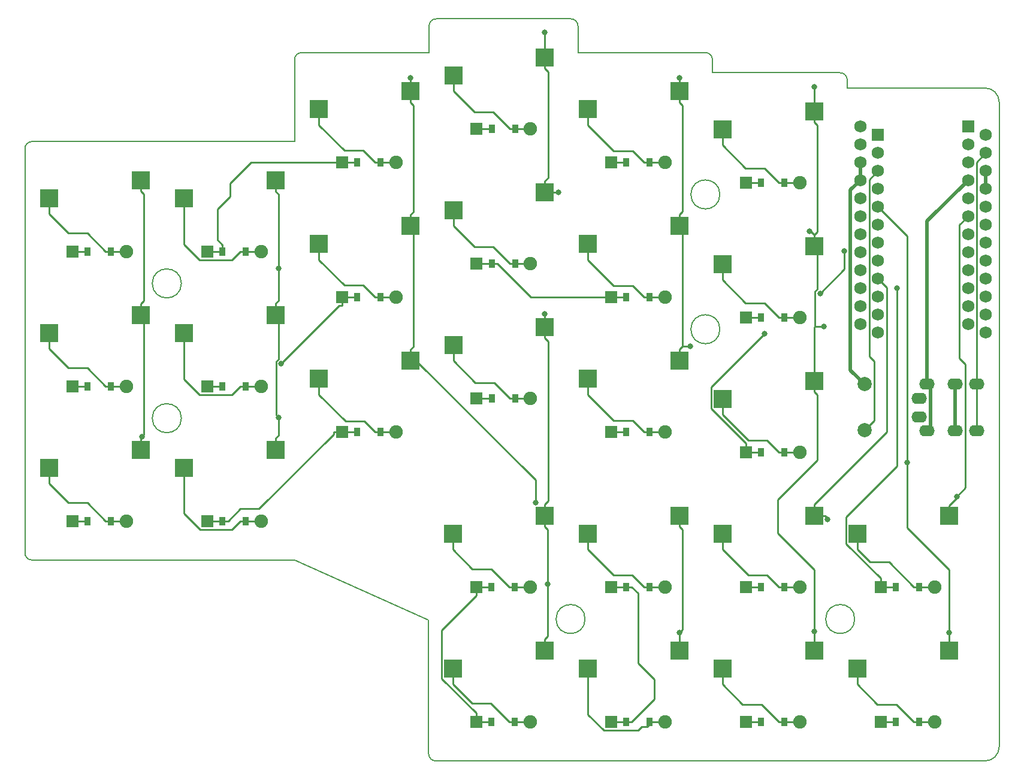
<source format=gbr>
G04 #@! TF.GenerationSoftware,KiCad,Pcbnew,5.1.5+dfsg1-2build2*
G04 #@! TF.CreationDate,2022-10-22T21:51:20+00:00*
G04 #@! TF.ProjectId,board,626f6172-642e-46b6-9963-61645f706362,v1.0.0*
G04 #@! TF.SameCoordinates,Original*
G04 #@! TF.FileFunction,Copper,L2,Bot*
G04 #@! TF.FilePolarity,Positive*
%FSLAX46Y46*%
G04 Gerber Fmt 4.6, Leading zero omitted, Abs format (unit mm)*
G04 Created by KiCad (PCBNEW 5.1.5+dfsg1-2build2) date 2022-10-22 21:51:20*
%MOMM*%
%LPD*%
G04 APERTURE LIST*
G04 #@! TA.AperFunction,Profile*
%ADD10C,0.150000*%
G04 #@! TD*
G04 #@! TA.AperFunction,SMDPad,CuDef*
%ADD11R,2.550000X2.500000*%
G04 #@! TD*
G04 #@! TA.AperFunction,SMDPad,CuDef*
%ADD12R,0.900000X1.200000*%
G04 #@! TD*
G04 #@! TA.AperFunction,ComponentPad*
%ADD13C,1.905000*%
G04 #@! TD*
G04 #@! TA.AperFunction,ComponentPad*
%ADD14R,1.778000X1.778000*%
G04 #@! TD*
G04 #@! TA.AperFunction,ComponentPad*
%ADD15R,1.752600X1.752600*%
G04 #@! TD*
G04 #@! TA.AperFunction,ComponentPad*
%ADD16C,1.752600*%
G04 #@! TD*
G04 #@! TA.AperFunction,ComponentPad*
%ADD17O,2.200000X1.600000*%
G04 #@! TD*
G04 #@! TA.AperFunction,ComponentPad*
%ADD18C,2.000000*%
G04 #@! TD*
G04 #@! TA.AperFunction,ViaPad*
%ADD19C,0.800000*%
G04 #@! TD*
G04 #@! TA.AperFunction,Conductor*
%ADD20C,0.250000*%
G04 #@! TD*
G04 #@! TA.AperFunction,Conductor*
%ADD21C,0.500000*%
G04 #@! TD*
G04 APERTURE END LIST*
D10*
X9525000Y-10525000D02*
X46625000Y-10525000D01*
X8525000Y-9525000D02*
X8525000Y47625000D01*
X9525000Y-10525000D02*
G75*
G02X8525000Y-9525000I0J1000000D01*
G01*
X9525000Y48625000D02*
X46625000Y48625000D01*
X8525000Y47625000D02*
G75*
G02X9525000Y48625000I1000000J0D01*
G01*
X65625000Y61198000D02*
X47625000Y61198000D01*
X46625000Y60198000D02*
G75*
G02X47625000Y61198000I1000000J0D01*
G01*
X46625000Y60198000D02*
X46625000Y48625000D01*
X86675000Y61198000D02*
X86675000Y64960500D01*
X85675000Y65960500D02*
G75*
G02X86675000Y64960500I0J-1000000D01*
G01*
X85675000Y65960500D02*
X66625000Y65960500D01*
X65625000Y64960500D02*
G75*
G02X66625000Y65960500I1000000J0D01*
G01*
X65625000Y64960500D02*
X65625000Y61198000D01*
X105675000Y58340500D02*
X105675000Y60198000D01*
X104675000Y61198000D02*
G75*
G02X105675000Y60198000I0J-1000000D01*
G01*
X104675000Y61198000D02*
X86675000Y61198000D01*
X124725000Y56190500D02*
X124725000Y57340500D01*
X123725000Y58340500D02*
G75*
G02X124725000Y57340500I0J-1000000D01*
G01*
X123725000Y58340500D02*
X105675000Y58340500D01*
X65575000Y-37909500D02*
X65575000Y-18968378D01*
X66575000Y-38909500D02*
X144200000Y-38909500D01*
X66575000Y-38909500D02*
G75*
G02X65575000Y-37909500I0J1000000D01*
G01*
X65575000Y-18968378D02*
X46625000Y-10525000D01*
X146200000Y-36909500D02*
G75*
G02X144200000Y-38909500I-2000000J0D01*
G01*
X146200000Y-36909500D02*
X146200000Y54190500D01*
X144200000Y56190500D02*
G75*
G02X146200000Y54190500I0J-2000000D01*
G01*
X144200000Y56190500D02*
X124725000Y56190500D01*
X30625000Y28575000D02*
G75*
G03X30625000Y28575000I-2050000J0D01*
G01*
X30625000Y9525000D02*
G75*
G03X30625000Y9525000I-2050000J0D01*
G01*
X106725000Y41148000D02*
G75*
G03X106725000Y41148000I-2050000J0D01*
G01*
X106725000Y22098000D02*
G75*
G03X106725000Y22098000I-2050000J0D01*
G01*
X125775000Y-18859500D02*
G75*
G03X125775000Y-18859500I-2050000J0D01*
G01*
X87675000Y-18859500D02*
G75*
G03X87675000Y-18859500I-2050000J0D01*
G01*
D11*
G04 #@! TO.P,S1,1*
G04 #@! TO.N,left_bottom*
X11965000Y2540000D03*
G04 #@! TO.P,S1,2*
G04 #@! TO.N,P21*
X24892000Y5080000D03*
G04 #@! TD*
D12*
G04 #@! TO.P,D1,2*
G04 #@! TO.N,left_bottom*
X20700000Y-5000000D03*
G04 #@! TO.P,D1,1*
G04 #@! TO.N,P6*
X17400000Y-5000000D03*
D13*
G04 #@! TO.N,left_bottom*
X22860000Y-5000000D03*
D14*
G04 #@! TO.P,D1,2*
G04 #@! TO.N,P6*
X15240000Y-5000000D03*
G04 #@! TD*
D11*
G04 #@! TO.P,S2,1*
G04 #@! TO.N,left_home*
X11965000Y21590000D03*
G04 #@! TO.P,S2,2*
G04 #@! TO.N,P21*
X24892000Y24130000D03*
G04 #@! TD*
D12*
G04 #@! TO.P,D2,2*
G04 #@! TO.N,left_home*
X20700000Y14050000D03*
G04 #@! TO.P,D2,1*
G04 #@! TO.N,P5*
X17400000Y14050000D03*
D13*
G04 #@! TO.N,left_home*
X22860000Y14050000D03*
D14*
G04 #@! TO.P,D2,2*
G04 #@! TO.N,P5*
X15240000Y14050000D03*
G04 #@! TD*
D11*
G04 #@! TO.P,S3,1*
G04 #@! TO.N,left_top*
X11965000Y40640000D03*
G04 #@! TO.P,S3,2*
G04 #@! TO.N,P21*
X24892000Y43180000D03*
G04 #@! TD*
D12*
G04 #@! TO.P,D3,2*
G04 #@! TO.N,left_top*
X20700000Y33100000D03*
G04 #@! TO.P,D3,1*
G04 #@! TO.N,P4*
X17400000Y33100000D03*
D13*
G04 #@! TO.N,left_top*
X22860000Y33100000D03*
D14*
G04 #@! TO.P,D3,2*
G04 #@! TO.N,P4*
X15240000Y33100000D03*
G04 #@! TD*
D11*
G04 #@! TO.P,S4,1*
G04 #@! TO.N,pinky_bottom*
X31015000Y2540000D03*
G04 #@! TO.P,S4,2*
G04 #@! TO.N,P20*
X43942000Y5080000D03*
G04 #@! TD*
D12*
G04 #@! TO.P,D4,2*
G04 #@! TO.N,pinky_bottom*
X39750000Y-5000000D03*
G04 #@! TO.P,D4,1*
G04 #@! TO.N,P6*
X36450000Y-5000000D03*
D13*
G04 #@! TO.N,pinky_bottom*
X41910000Y-5000000D03*
D14*
G04 #@! TO.P,D4,2*
G04 #@! TO.N,P6*
X34290000Y-5000000D03*
G04 #@! TD*
D11*
G04 #@! TO.P,S5,1*
G04 #@! TO.N,pinky_home*
X31015000Y21590000D03*
G04 #@! TO.P,S5,2*
G04 #@! TO.N,P20*
X43942000Y24130000D03*
G04 #@! TD*
D12*
G04 #@! TO.P,D5,2*
G04 #@! TO.N,pinky_home*
X39750000Y14050000D03*
G04 #@! TO.P,D5,1*
G04 #@! TO.N,P5*
X36450000Y14050000D03*
D13*
G04 #@! TO.N,pinky_home*
X41910000Y14050000D03*
D14*
G04 #@! TO.P,D5,2*
G04 #@! TO.N,P5*
X34290000Y14050000D03*
G04 #@! TD*
D11*
G04 #@! TO.P,S6,1*
G04 #@! TO.N,pinky_top*
X31015000Y40640000D03*
G04 #@! TO.P,S6,2*
G04 #@! TO.N,P20*
X43942000Y43180000D03*
G04 #@! TD*
D12*
G04 #@! TO.P,D6,2*
G04 #@! TO.N,pinky_top*
X39750000Y33100000D03*
G04 #@! TO.P,D6,1*
G04 #@! TO.N,P4*
X36450000Y33100000D03*
D13*
G04 #@! TO.N,pinky_top*
X41910000Y33100000D03*
D14*
G04 #@! TO.P,D6,2*
G04 #@! TO.N,P4*
X34290000Y33100000D03*
G04 #@! TD*
D11*
G04 #@! TO.P,S7,1*
G04 #@! TO.N,ring_bottom*
X50065000Y15113000D03*
G04 #@! TO.P,S7,2*
G04 #@! TO.N,P19*
X62992000Y17653000D03*
G04 #@! TD*
D12*
G04 #@! TO.P,D7,2*
G04 #@! TO.N,ring_bottom*
X58800000Y7573000D03*
G04 #@! TO.P,D7,1*
G04 #@! TO.N,P6*
X55500000Y7573000D03*
D13*
G04 #@! TO.N,ring_bottom*
X60960000Y7573000D03*
D14*
G04 #@! TO.P,D7,2*
G04 #@! TO.N,P6*
X53340000Y7573000D03*
G04 #@! TD*
D11*
G04 #@! TO.P,S8,1*
G04 #@! TO.N,ring_home*
X50065000Y34163000D03*
G04 #@! TO.P,S8,2*
G04 #@! TO.N,P19*
X62992000Y36703000D03*
G04 #@! TD*
D12*
G04 #@! TO.P,D8,2*
G04 #@! TO.N,ring_home*
X58800000Y26623000D03*
G04 #@! TO.P,D8,1*
G04 #@! TO.N,P5*
X55500000Y26623000D03*
D13*
G04 #@! TO.N,ring_home*
X60960000Y26623000D03*
D14*
G04 #@! TO.P,D8,2*
G04 #@! TO.N,P5*
X53340000Y26623000D03*
G04 #@! TD*
D11*
G04 #@! TO.P,S9,1*
G04 #@! TO.N,ring_top*
X50065000Y53213000D03*
G04 #@! TO.P,S9,2*
G04 #@! TO.N,P19*
X62992000Y55753000D03*
G04 #@! TD*
D12*
G04 #@! TO.P,D9,2*
G04 #@! TO.N,ring_top*
X58800000Y45673000D03*
G04 #@! TO.P,D9,1*
G04 #@! TO.N,P4*
X55500000Y45673000D03*
D13*
G04 #@! TO.N,ring_top*
X60960000Y45673000D03*
D14*
G04 #@! TO.P,D9,2*
G04 #@! TO.N,P4*
X53340000Y45673000D03*
G04 #@! TD*
D11*
G04 #@! TO.P,S10,1*
G04 #@! TO.N,middle_bottom*
X69065000Y19875500D03*
G04 #@! TO.P,S10,2*
G04 #@! TO.N,P18*
X81992000Y22415500D03*
G04 #@! TD*
D12*
G04 #@! TO.P,D10,2*
G04 #@! TO.N,middle_bottom*
X77800000Y12335500D03*
G04 #@! TO.P,D10,1*
G04 #@! TO.N,P6*
X74500000Y12335500D03*
D13*
G04 #@! TO.N,middle_bottom*
X79960000Y12335500D03*
D14*
G04 #@! TO.P,D10,2*
G04 #@! TO.N,P6*
X72340000Y12335500D03*
G04 #@! TD*
D11*
G04 #@! TO.P,S11,1*
G04 #@! TO.N,middle_home*
X69065000Y38925500D03*
G04 #@! TO.P,S11,2*
G04 #@! TO.N,P18*
X81992000Y41465500D03*
G04 #@! TD*
D12*
G04 #@! TO.P,D11,2*
G04 #@! TO.N,middle_home*
X77800000Y31385500D03*
G04 #@! TO.P,D11,1*
G04 #@! TO.N,P5*
X74500000Y31385500D03*
D13*
G04 #@! TO.N,middle_home*
X79960000Y31385500D03*
D14*
G04 #@! TO.P,D11,2*
G04 #@! TO.N,P5*
X72340000Y31385500D03*
G04 #@! TD*
D11*
G04 #@! TO.P,S12,1*
G04 #@! TO.N,middle_top*
X69065000Y57975500D03*
G04 #@! TO.P,S12,2*
G04 #@! TO.N,P18*
X81992000Y60515500D03*
G04 #@! TD*
D12*
G04 #@! TO.P,D12,2*
G04 #@! TO.N,middle_top*
X77800000Y50435500D03*
G04 #@! TO.P,D12,1*
G04 #@! TO.N,P4*
X74500000Y50435500D03*
D13*
G04 #@! TO.N,middle_top*
X79960000Y50435500D03*
D14*
G04 #@! TO.P,D12,2*
G04 #@! TO.N,P4*
X72340000Y50435500D03*
G04 #@! TD*
D11*
G04 #@! TO.P,S13,1*
G04 #@! TO.N,index_bottom*
X88065000Y15113000D03*
G04 #@! TO.P,S13,2*
G04 #@! TO.N,P15*
X100992000Y17653000D03*
G04 #@! TD*
D12*
G04 #@! TO.P,D13,2*
G04 #@! TO.N,index_bottom*
X96800000Y7573000D03*
G04 #@! TO.P,D13,1*
G04 #@! TO.N,P6*
X93500000Y7573000D03*
D13*
G04 #@! TO.N,index_bottom*
X98960000Y7573000D03*
D14*
G04 #@! TO.P,D13,2*
G04 #@! TO.N,P6*
X91340000Y7573000D03*
G04 #@! TD*
D11*
G04 #@! TO.P,S14,1*
G04 #@! TO.N,index_home*
X88065000Y34163000D03*
G04 #@! TO.P,S14,2*
G04 #@! TO.N,P15*
X100992000Y36703000D03*
G04 #@! TD*
D12*
G04 #@! TO.P,D14,2*
G04 #@! TO.N,index_home*
X96800000Y26623000D03*
G04 #@! TO.P,D14,1*
G04 #@! TO.N,P5*
X93500000Y26623000D03*
D13*
G04 #@! TO.N,index_home*
X98960000Y26623000D03*
D14*
G04 #@! TO.P,D14,2*
G04 #@! TO.N,P5*
X91340000Y26623000D03*
G04 #@! TD*
D11*
G04 #@! TO.P,S15,1*
G04 #@! TO.N,index_top*
X88065000Y53213000D03*
G04 #@! TO.P,S15,2*
G04 #@! TO.N,P15*
X100992000Y55753000D03*
G04 #@! TD*
D12*
G04 #@! TO.P,D15,2*
G04 #@! TO.N,index_top*
X96800000Y45673000D03*
G04 #@! TO.P,D15,1*
G04 #@! TO.N,P4*
X93500000Y45673000D03*
D13*
G04 #@! TO.N,index_top*
X98960000Y45673000D03*
D14*
G04 #@! TO.P,D15,2*
G04 #@! TO.N,P4*
X91340000Y45673000D03*
G04 #@! TD*
D11*
G04 #@! TO.P,S16,1*
G04 #@! TO.N,inner_bottom*
X107115000Y12255500D03*
G04 #@! TO.P,S16,2*
G04 #@! TO.N,P14*
X120042000Y14795500D03*
G04 #@! TD*
D12*
G04 #@! TO.P,D16,2*
G04 #@! TO.N,inner_bottom*
X115850000Y4715500D03*
G04 #@! TO.P,D16,1*
G04 #@! TO.N,P6*
X112550000Y4715500D03*
D13*
G04 #@! TO.N,inner_bottom*
X118010000Y4715500D03*
D14*
G04 #@! TO.P,D16,2*
G04 #@! TO.N,P6*
X110390000Y4715500D03*
G04 #@! TD*
D11*
G04 #@! TO.P,S17,1*
G04 #@! TO.N,inner_home*
X107115000Y31305500D03*
G04 #@! TO.P,S17,2*
G04 #@! TO.N,P14*
X120042000Y33845500D03*
G04 #@! TD*
D12*
G04 #@! TO.P,D17,2*
G04 #@! TO.N,inner_home*
X115850000Y23765500D03*
G04 #@! TO.P,D17,1*
G04 #@! TO.N,P5*
X112550000Y23765500D03*
D13*
G04 #@! TO.N,inner_home*
X118010000Y23765500D03*
D14*
G04 #@! TO.P,D17,2*
G04 #@! TO.N,P5*
X110390000Y23765500D03*
G04 #@! TD*
D11*
G04 #@! TO.P,S18,1*
G04 #@! TO.N,inner_top*
X107115000Y50355500D03*
G04 #@! TO.P,S18,2*
G04 #@! TO.N,P14*
X120042000Y52895500D03*
G04 #@! TD*
D12*
G04 #@! TO.P,D18,2*
G04 #@! TO.N,inner_top*
X115850000Y42815500D03*
G04 #@! TO.P,D18,1*
G04 #@! TO.N,P4*
X112550000Y42815500D03*
D13*
G04 #@! TO.N,inner_top*
X118010000Y42815500D03*
D14*
G04 #@! TO.P,D18,2*
G04 #@! TO.N,P4*
X110390000Y42815500D03*
G04 #@! TD*
D11*
G04 #@! TO.P,S19,1*
G04 #@! TO.N,one_a_thumb*
X69015000Y-6794500D03*
G04 #@! TO.P,S19,2*
G04 #@! TO.N,P18*
X81942000Y-4254500D03*
G04 #@! TD*
D12*
G04 #@! TO.P,D19,2*
G04 #@! TO.N,one_a_thumb*
X77750000Y-14334500D03*
G04 #@! TO.P,D19,1*
G04 #@! TO.N,P7*
X74450000Y-14334500D03*
D13*
G04 #@! TO.N,one_a_thumb*
X79910000Y-14334500D03*
D14*
G04 #@! TO.P,D19,2*
G04 #@! TO.N,P7*
X72290000Y-14334500D03*
G04 #@! TD*
D11*
G04 #@! TO.P,S20,1*
G04 #@! TO.N,one_b_thumb*
X69015000Y-25844500D03*
G04 #@! TO.P,S20,2*
G04 #@! TO.N,P18*
X81942000Y-23304500D03*
G04 #@! TD*
D12*
G04 #@! TO.P,D20,2*
G04 #@! TO.N,one_b_thumb*
X77750000Y-33384500D03*
G04 #@! TO.P,D20,1*
G04 #@! TO.N,P7*
X74450000Y-33384500D03*
D13*
G04 #@! TO.N,one_b_thumb*
X79910000Y-33384500D03*
D14*
G04 #@! TO.P,D20,2*
G04 #@! TO.N,P7*
X72290000Y-33384500D03*
G04 #@! TD*
D11*
G04 #@! TO.P,S21,1*
G04 #@! TO.N,two_a_thumb*
X88065000Y-6794500D03*
G04 #@! TO.P,S21,2*
G04 #@! TO.N,P19*
X100992000Y-4254500D03*
G04 #@! TD*
D12*
G04 #@! TO.P,D21,2*
G04 #@! TO.N,two_a_thumb*
X96800000Y-14334500D03*
G04 #@! TO.P,D21,1*
G04 #@! TO.N,P7*
X93500000Y-14334500D03*
D13*
G04 #@! TO.N,two_a_thumb*
X98960000Y-14334500D03*
D14*
G04 #@! TO.P,D21,2*
G04 #@! TO.N,P7*
X91340000Y-14334500D03*
G04 #@! TD*
D11*
G04 #@! TO.P,S22,1*
G04 #@! TO.N,two_b_thumb*
X88065000Y-25844500D03*
G04 #@! TO.P,S22,2*
G04 #@! TO.N,P19*
X100992000Y-23304500D03*
G04 #@! TD*
D12*
G04 #@! TO.P,D22,2*
G04 #@! TO.N,two_b_thumb*
X96800000Y-33384500D03*
G04 #@! TO.P,D22,1*
G04 #@! TO.N,P7*
X93500000Y-33384500D03*
D13*
G04 #@! TO.N,two_b_thumb*
X98960000Y-33384500D03*
D14*
G04 #@! TO.P,D22,2*
G04 #@! TO.N,P7*
X91340000Y-33384500D03*
G04 #@! TD*
D11*
G04 #@! TO.P,S23,1*
G04 #@! TO.N,three_a_thumb*
X107115000Y-6794500D03*
G04 #@! TO.P,S23,2*
G04 #@! TO.N,P15*
X120042000Y-4254500D03*
G04 #@! TD*
D12*
G04 #@! TO.P,D23,2*
G04 #@! TO.N,three_a_thumb*
X115850000Y-14334500D03*
G04 #@! TO.P,D23,1*
G04 #@! TO.N,P7*
X112550000Y-14334500D03*
D13*
G04 #@! TO.N,three_a_thumb*
X118010000Y-14334500D03*
D14*
G04 #@! TO.P,D23,2*
G04 #@! TO.N,P7*
X110390000Y-14334500D03*
G04 #@! TD*
D11*
G04 #@! TO.P,S24,1*
G04 #@! TO.N,three_b_thumb*
X107115000Y-25844500D03*
G04 #@! TO.P,S24,2*
G04 #@! TO.N,P14*
X120042000Y-23304500D03*
G04 #@! TD*
D12*
G04 #@! TO.P,D24,2*
G04 #@! TO.N,three_b_thumb*
X115850000Y-33384500D03*
G04 #@! TO.P,D24,1*
G04 #@! TO.N,P7*
X112550000Y-33384500D03*
D13*
G04 #@! TO.N,three_b_thumb*
X118010000Y-33384500D03*
D14*
G04 #@! TO.P,D24,2*
G04 #@! TO.N,P7*
X110390000Y-33384500D03*
G04 #@! TD*
D11*
G04 #@! TO.P,S25,1*
G04 #@! TO.N,four_a_thumb*
X126165000Y-6794500D03*
G04 #@! TO.P,S25,2*
G04 #@! TO.N,P20*
X139092000Y-4254500D03*
G04 #@! TD*
D12*
G04 #@! TO.P,D25,2*
G04 #@! TO.N,four_a_thumb*
X134900000Y-14334500D03*
G04 #@! TO.P,D25,1*
G04 #@! TO.N,P7*
X131600000Y-14334500D03*
D13*
G04 #@! TO.N,four_a_thumb*
X137060000Y-14334500D03*
D14*
G04 #@! TO.P,D25,2*
G04 #@! TO.N,P7*
X129440000Y-14334500D03*
G04 #@! TD*
D11*
G04 #@! TO.P,S26,1*
G04 #@! TO.N,four_b_thumb*
X126165000Y-25844500D03*
G04 #@! TO.P,S26,2*
G04 #@! TO.N,P21*
X139092000Y-23304500D03*
G04 #@! TD*
D12*
G04 #@! TO.P,D26,2*
G04 #@! TO.N,four_b_thumb*
X134900000Y-33384500D03*
G04 #@! TO.P,D26,1*
G04 #@! TO.N,P7*
X131600000Y-33384500D03*
D13*
G04 #@! TO.N,four_b_thumb*
X137060000Y-33384500D03*
D14*
G04 #@! TO.P,D26,2*
G04 #@! TO.N,P7*
X129440000Y-33384500D03*
G04 #@! TD*
D15*
G04 #@! TO.P,MCU1,1*
G04 #@! TO.N,RAW*
X141820000Y50785500D03*
D16*
G04 #@! TO.P,MCU1,2*
G04 #@! TO.N,GND*
X141820000Y48245500D03*
G04 #@! TO.P,MCU1,3*
G04 #@! TO.N,RST*
X141820000Y45705500D03*
G04 #@! TO.P,MCU1,4*
G04 #@! TO.N,VCC*
X141820000Y43165500D03*
G04 #@! TO.P,MCU1,5*
G04 #@! TO.N,P21*
X141820000Y40625500D03*
G04 #@! TO.P,MCU1,6*
G04 #@! TO.N,P20*
X141820000Y38085500D03*
G04 #@! TO.P,MCU1,7*
G04 #@! TO.N,P19*
X141820000Y35545500D03*
G04 #@! TO.P,MCU1,8*
G04 #@! TO.N,P18*
X141820000Y33005500D03*
G04 #@! TO.P,MCU1,9*
G04 #@! TO.N,P15*
X141820000Y30465500D03*
G04 #@! TO.P,MCU1,10*
G04 #@! TO.N,P14*
X141820000Y27925500D03*
G04 #@! TO.P,MCU1,11*
G04 #@! TO.N,P16*
X141820000Y25385500D03*
G04 #@! TO.P,MCU1,12*
G04 #@! TO.N,P10*
X141820000Y22845500D03*
G04 #@! TO.P,MCU1,13*
G04 #@! TO.N,P1*
X126580000Y50785500D03*
G04 #@! TO.P,MCU1,14*
G04 #@! TO.N,P0*
X126580000Y48245500D03*
G04 #@! TO.P,MCU1,15*
G04 #@! TO.N,GND*
X126580000Y45705500D03*
G04 #@! TO.P,MCU1,16*
X126580000Y43165500D03*
G04 #@! TO.P,MCU1,17*
G04 #@! TO.N,P2*
X126580000Y40625500D03*
G04 #@! TO.P,MCU1,18*
G04 #@! TO.N,P3*
X126580000Y38085500D03*
G04 #@! TO.P,MCU1,19*
G04 #@! TO.N,P4*
X126580000Y35545500D03*
G04 #@! TO.P,MCU1,20*
G04 #@! TO.N,P5*
X126580000Y33005500D03*
G04 #@! TO.P,MCU1,21*
G04 #@! TO.N,P6*
X126580000Y30465500D03*
G04 #@! TO.P,MCU1,22*
G04 #@! TO.N,P7*
X126580000Y27925500D03*
G04 #@! TO.P,MCU1,23*
G04 #@! TO.N,P8*
X126580000Y25385500D03*
G04 #@! TO.P,MCU1,24*
G04 #@! TO.N,P9*
X126580000Y22845500D03*
G04 #@! TD*
D15*
G04 #@! TO.P,MCU2,1*
G04 #@! TO.N,RAW*
X129080000Y49535500D03*
D16*
G04 #@! TO.P,MCU2,2*
G04 #@! TO.N,GND*
X129080000Y46995500D03*
G04 #@! TO.P,MCU2,3*
G04 #@! TO.N,RST*
X129080000Y44455500D03*
G04 #@! TO.P,MCU2,4*
G04 #@! TO.N,VCC*
X129080000Y41915500D03*
G04 #@! TO.P,MCU2,5*
G04 #@! TO.N,P21*
X129080000Y39375500D03*
G04 #@! TO.P,MCU2,6*
G04 #@! TO.N,P20*
X129080000Y36835500D03*
G04 #@! TO.P,MCU2,7*
G04 #@! TO.N,P19*
X129080000Y34295500D03*
G04 #@! TO.P,MCU2,8*
G04 #@! TO.N,P18*
X129080000Y31755500D03*
G04 #@! TO.P,MCU2,9*
G04 #@! TO.N,P15*
X129080000Y29215500D03*
G04 #@! TO.P,MCU2,10*
G04 #@! TO.N,P14*
X129080000Y26675500D03*
G04 #@! TO.P,MCU2,11*
G04 #@! TO.N,P16*
X129080000Y24135500D03*
G04 #@! TO.P,MCU2,12*
G04 #@! TO.N,P10*
X129080000Y21595500D03*
G04 #@! TO.P,MCU2,13*
G04 #@! TO.N,P1*
X144320000Y49535500D03*
G04 #@! TO.P,MCU2,14*
G04 #@! TO.N,P0*
X144320000Y46995500D03*
G04 #@! TO.P,MCU2,15*
G04 #@! TO.N,GND*
X144320000Y44455500D03*
G04 #@! TO.P,MCU2,16*
X144320000Y41915500D03*
G04 #@! TO.P,MCU2,17*
G04 #@! TO.N,P2*
X144320000Y39375500D03*
G04 #@! TO.P,MCU2,18*
G04 #@! TO.N,P3*
X144320000Y36835500D03*
G04 #@! TO.P,MCU2,19*
G04 #@! TO.N,P4*
X144320000Y34295500D03*
G04 #@! TO.P,MCU2,20*
G04 #@! TO.N,P5*
X144320000Y31755500D03*
G04 #@! TO.P,MCU2,21*
G04 #@! TO.N,P6*
X144320000Y29215500D03*
G04 #@! TO.P,MCU2,22*
G04 #@! TO.N,P7*
X144320000Y26675500D03*
G04 #@! TO.P,MCU2,23*
G04 #@! TO.N,P8*
X144320000Y24135500D03*
G04 #@! TO.P,MCU2,24*
G04 #@! TO.N,P9*
X144320000Y21595500D03*
G04 #@! TD*
D17*
G04 #@! TO.P,TRRS1,1*
G04 #@! TO.N,N/C*
X134900000Y12315500D03*
G04 #@! TO.P,TRRS1,2*
G04 #@! TO.N,VCC*
X136000000Y7715500D03*
G04 #@! TO.P,TRRS1,3*
G04 #@! TO.N,GND*
X140000000Y7715500D03*
G04 #@! TO.P,TRRS1,4*
G04 #@! TO.N,P0*
X143000000Y7715500D03*
G04 #@! TD*
G04 #@! TO.P,TRRS2,1*
G04 #@! TO.N,N/C*
X134900000Y9715500D03*
G04 #@! TO.P,TRRS2,2*
G04 #@! TO.N,VCC*
X136000000Y14315500D03*
G04 #@! TO.P,TRRS2,3*
G04 #@! TO.N,GND*
X140000000Y14315500D03*
G04 #@! TO.P,TRRS2,4*
G04 #@! TO.N,P0*
X143000000Y14315500D03*
G04 #@! TD*
D18*
G04 #@! TO.P,B1,2*
G04 #@! TO.N,GND*
X127200000Y14315500D03*
G04 #@! TO.P,B1,1*
G04 #@! TO.N,RST*
X127200000Y7815500D03*
G04 #@! TD*
D19*
G04 #@! TO.N,P21*
X133186700Y3263200D03*
X25104000Y6938700D03*
X139092000Y-20803200D03*
G04 #@! TO.N,P6*
X113032600Y21490600D03*
G04 #@! TO.N,P5*
X44733400Y17217500D03*
X120871100Y27155800D03*
X124314600Y33118200D03*
G04 #@! TO.N,P20*
X44412500Y30672700D03*
X44412500Y9634300D03*
X140221700Y-1549500D03*
G04 #@! TO.N,P19*
X80657100Y-2379700D03*
X62992000Y57640500D03*
X100992000Y-20803200D03*
G04 #@! TO.N,P18*
X83875000Y41443800D03*
X81992000Y24293500D03*
X81992000Y64060000D03*
X82366100Y-13938500D03*
G04 #@! TO.N,P15*
X102577700Y19690700D03*
X100992000Y57640500D03*
X121946000Y-4765200D03*
G04 #@! TO.N,P14*
X121460400Y22458200D03*
X119407200Y35939800D03*
X120042000Y56332300D03*
X120042000Y-20636200D03*
G04 #@! TO.N,P7*
X131765900Y27925500D03*
G04 #@! TD*
D20*
G04 #@! TO.N,left_bottom*
X20700000Y-5000000D02*
X19924700Y-5000000D01*
X19924700Y-5000000D02*
X17334300Y-2409600D01*
X17334300Y-2409600D02*
X14663400Y-2409600D01*
X14663400Y-2409600D02*
X11965000Y288800D01*
X11965000Y288800D02*
X11965000Y2540000D01*
X22860000Y-5000000D02*
X20700000Y-5000000D01*
G04 #@! TO.N,P21*
X139092000Y-20803200D02*
X139092000Y-11877500D01*
X139092000Y-11877500D02*
X133186700Y-5972200D01*
X133186700Y-5972200D02*
X133186700Y3263200D01*
X133186700Y3263200D02*
X133186700Y35268800D01*
X133186700Y35268800D02*
X129080000Y39375500D01*
X24892000Y5080000D02*
X24892000Y6655300D01*
X24892000Y24917700D02*
X25321000Y24488700D01*
X25321000Y24488700D02*
X25321000Y7155700D01*
X25321000Y7155700D02*
X25104000Y6938700D01*
X25104000Y6938700D02*
X25104000Y6867300D01*
X25104000Y6867300D02*
X24892000Y6655300D01*
X24892000Y24917700D02*
X24892000Y25705300D01*
X24892000Y24130000D02*
X24892000Y24917700D01*
X24892000Y43180000D02*
X24892000Y41604700D01*
X24892000Y41604700D02*
X25321000Y41175700D01*
X25321000Y41175700D02*
X25321000Y26134300D01*
X25321000Y26134300D02*
X24892000Y25705300D01*
X139092000Y-23304500D02*
X139092000Y-20803200D01*
G04 #@! TO.N,P6*
X110390000Y4715500D02*
X110390000Y5929800D01*
X113032600Y21490600D02*
X105467500Y13925500D01*
X105467500Y13925500D02*
X105467500Y10852300D01*
X105467500Y10852300D02*
X110390000Y5929800D01*
X110390000Y4715500D02*
X112550000Y4715500D01*
X17400000Y-5000000D02*
X15240000Y-5000000D01*
X36450000Y-5000000D02*
X34290000Y-5000000D01*
X36837700Y-5000000D02*
X36450000Y-5000000D01*
X36837700Y-5000000D02*
X37225300Y-5000000D01*
X53340000Y7573000D02*
X52125700Y7573000D01*
X52125700Y7573000D02*
X52125700Y7269400D01*
X52125700Y7269400D02*
X41559700Y-3296600D01*
X41559700Y-3296600D02*
X38928700Y-3296600D01*
X38928700Y-3296600D02*
X37225300Y-5000000D01*
X55500000Y7573000D02*
X53340000Y7573000D01*
X74500000Y12335500D02*
X72340000Y12335500D01*
X93500000Y7573000D02*
X91340000Y7573000D01*
G04 #@! TO.N,left_home*
X20700000Y14050000D02*
X19924700Y14050000D01*
X19924700Y14050000D02*
X17334300Y16640400D01*
X17334300Y16640400D02*
X14663400Y16640400D01*
X14663400Y16640400D02*
X11965000Y19338800D01*
X11965000Y19338800D02*
X11965000Y21590000D01*
X22860000Y14050000D02*
X20700000Y14050000D01*
G04 #@! TO.N,P5*
X53340000Y26623000D02*
X53340000Y25408700D01*
X53340000Y25408700D02*
X52924600Y25408700D01*
X52924600Y25408700D02*
X44733400Y17217500D01*
X55500000Y26623000D02*
X53340000Y26623000D01*
X74500000Y31385500D02*
X75275300Y31385500D01*
X91340000Y26623000D02*
X80037800Y26623000D01*
X80037800Y26623000D02*
X75275300Y31385500D01*
X93500000Y26623000D02*
X91340000Y26623000D01*
X120871100Y27155800D02*
X124314600Y30599300D01*
X124314600Y30599300D02*
X124314600Y33118200D01*
X17400000Y14050000D02*
X15240000Y14050000D01*
X36450000Y14050000D02*
X34290000Y14050000D01*
X74500000Y31385500D02*
X72340000Y31385500D01*
X112550000Y23765500D02*
X110390000Y23765500D01*
G04 #@! TO.N,left_top*
X20700000Y33100000D02*
X19924700Y33100000D01*
X19924700Y33100000D02*
X17334300Y35690400D01*
X17334300Y35690400D02*
X14663400Y35690400D01*
X14663400Y35690400D02*
X11965000Y38388800D01*
X11965000Y38388800D02*
X11965000Y40640000D01*
X22860000Y33100000D02*
X20700000Y33100000D01*
G04 #@! TO.N,P4*
X36450000Y33100000D02*
X36450000Y34025300D01*
X53340000Y45673000D02*
X40470500Y45673000D01*
X40470500Y45673000D02*
X37543100Y42745600D01*
X37543100Y42745600D02*
X37543100Y40869100D01*
X37543100Y40869100D02*
X35724400Y39050400D01*
X35724400Y39050400D02*
X35724400Y34750900D01*
X35724400Y34750900D02*
X36450000Y34025300D01*
X55500000Y45673000D02*
X53340000Y45673000D01*
X17400000Y33100000D02*
X15240000Y33100000D01*
X36450000Y33100000D02*
X34290000Y33100000D01*
X74500000Y50435500D02*
X72340000Y50435500D01*
X93500000Y45673000D02*
X91340000Y45673000D01*
X112550000Y42815500D02*
X110390000Y42815500D01*
G04 #@! TO.N,pinky_bottom*
X39750000Y-5000000D02*
X38974700Y-5000000D01*
X38974700Y-5000000D02*
X37760300Y-6214400D01*
X37760300Y-6214400D02*
X33265700Y-6214400D01*
X33265700Y-6214400D02*
X31015000Y-3963700D01*
X31015000Y-3963700D02*
X31015000Y2540000D01*
X41910000Y-5000000D02*
X39750000Y-5000000D01*
G04 #@! TO.N,P20*
X43942000Y41604700D02*
X44412500Y41134200D01*
X44412500Y41134200D02*
X44412500Y30672700D01*
X43942000Y25705300D02*
X44412500Y26175800D01*
X44412500Y26175800D02*
X44412500Y30672700D01*
X43942000Y24917700D02*
X44361900Y24497800D01*
X44361900Y24497800D02*
X44361900Y17871700D01*
X44361900Y17871700D02*
X44008100Y17517900D01*
X44008100Y17517900D02*
X44008100Y10038700D01*
X44008100Y10038700D02*
X44412500Y9634300D01*
X44412500Y9634300D02*
X44412500Y7125800D01*
X44412500Y7125800D02*
X43942000Y6655300D01*
X43942000Y5080000D02*
X43942000Y6655300D01*
X43942000Y24917700D02*
X43942000Y25705300D01*
X43942000Y24130000D02*
X43942000Y24917700D01*
X43942000Y43180000D02*
X43942000Y41604700D01*
X139092000Y-2849100D02*
X140221700Y-1719400D01*
X140221700Y-1719400D02*
X140221700Y-1549500D01*
X141820000Y38085500D02*
X140576000Y36841500D01*
X140576000Y36841500D02*
X140576000Y17993900D01*
X140576000Y17993900D02*
X141442200Y17127700D01*
X141442200Y17127700D02*
X141442200Y-329000D01*
X141442200Y-329000D02*
X140221700Y-1549500D01*
X139092000Y-4254500D02*
X139092000Y-2849100D01*
G04 #@! TO.N,pinky_home*
X39750000Y14050000D02*
X38974700Y14050000D01*
X38974700Y14050000D02*
X37729100Y12804400D01*
X37729100Y12804400D02*
X33232100Y12804400D01*
X33232100Y12804400D02*
X31015000Y15021500D01*
X31015000Y15021500D02*
X31015000Y21590000D01*
X41910000Y14050000D02*
X39750000Y14050000D01*
G04 #@! TO.N,pinky_top*
X39750000Y33100000D02*
X38974700Y33100000D01*
X38974700Y33100000D02*
X37729100Y31854400D01*
X37729100Y31854400D02*
X33232100Y31854400D01*
X33232100Y31854400D02*
X31015000Y34071500D01*
X31015000Y34071500D02*
X31015000Y40640000D01*
X41910000Y33100000D02*
X39750000Y33100000D01*
G04 #@! TO.N,ring_bottom*
X58800000Y7573000D02*
X58024700Y7573000D01*
X58024700Y7573000D02*
X56491700Y9106000D01*
X56491700Y9106000D02*
X53820800Y9106000D01*
X53820800Y9106000D02*
X50065000Y12861800D01*
X50065000Y12861800D02*
X50065000Y15113000D01*
X60960000Y7573000D02*
X58800000Y7573000D01*
G04 #@! TO.N,P19*
X62992000Y18440700D02*
X80657100Y775600D01*
X80657100Y775600D02*
X80657100Y-2379700D01*
X62992000Y18440700D02*
X62992000Y19228300D01*
X62992000Y17653000D02*
X62992000Y18440700D01*
X62992000Y55753000D02*
X62992000Y57640500D01*
X62992000Y37490700D02*
X63407400Y37075300D01*
X63407400Y37075300D02*
X63407400Y19643700D01*
X63407400Y19643700D02*
X62992000Y19228300D01*
X62992000Y37490700D02*
X62992000Y38278300D01*
X62992000Y36703000D02*
X62992000Y37490700D01*
X62992000Y55753000D02*
X62992000Y54177700D01*
X62992000Y54177700D02*
X63407400Y53762300D01*
X63407400Y53762300D02*
X63407400Y38693700D01*
X63407400Y38693700D02*
X62992000Y38278300D01*
X100992000Y-20803200D02*
X101416000Y-20379200D01*
X101416000Y-20379200D02*
X101416000Y-6253800D01*
X101416000Y-6253800D02*
X100992000Y-5829800D01*
X100992000Y-23304500D02*
X100992000Y-20803200D01*
X100992000Y-4254500D02*
X100992000Y-5829800D01*
G04 #@! TO.N,ring_home*
X58800000Y26623000D02*
X58024700Y26623000D01*
X58024700Y26623000D02*
X56350300Y28297400D01*
X56350300Y28297400D02*
X53679400Y28297400D01*
X53679400Y28297400D02*
X50065000Y31911800D01*
X50065000Y31911800D02*
X50065000Y34163000D01*
X60960000Y26623000D02*
X58800000Y26623000D01*
G04 #@! TO.N,ring_top*
X58800000Y45673000D02*
X58024700Y45673000D01*
X58024700Y45673000D02*
X56350300Y47347400D01*
X56350300Y47347400D02*
X53679400Y47347400D01*
X53679400Y47347400D02*
X50065000Y50961800D01*
X50065000Y50961800D02*
X50065000Y53213000D01*
X60960000Y45673000D02*
X58800000Y45673000D01*
G04 #@! TO.N,middle_bottom*
X77800000Y12335500D02*
X77024700Y12335500D01*
X77024700Y12335500D02*
X74837400Y14522800D01*
X74837400Y14522800D02*
X72166500Y14522800D01*
X72166500Y14522800D02*
X69065000Y17624300D01*
X69065000Y17624300D02*
X69065000Y19875500D01*
X79960000Y12335500D02*
X77800000Y12335500D01*
G04 #@! TO.N,P18*
X81992000Y41465500D02*
X83592300Y41465500D01*
X83875000Y41443800D02*
X83614000Y41443800D01*
X83614000Y41443800D02*
X83592300Y41465500D01*
X81992000Y22415500D02*
X81992000Y24293500D01*
X81992000Y41465500D02*
X81992000Y43040800D01*
X81992000Y60515500D02*
X81992000Y58940200D01*
X81992000Y58940200D02*
X82460200Y58472000D01*
X82460200Y58472000D02*
X82460200Y43509000D01*
X82460200Y43509000D02*
X81992000Y43040800D01*
X81992000Y64060000D02*
X81992000Y60515500D01*
X81992000Y22415500D02*
X81992000Y20840200D01*
X81942000Y-4254500D02*
X81942000Y-2679200D01*
X81942000Y-2679200D02*
X82446400Y-2174800D01*
X82446400Y-2174800D02*
X82446400Y20385800D01*
X82446400Y20385800D02*
X81992000Y20840200D01*
X81942000Y-4724400D02*
X81942000Y-4254500D01*
X81942000Y-4724400D02*
X81942000Y-5829800D01*
X82366100Y-13938500D02*
X82366100Y-6253900D01*
X82366100Y-6253900D02*
X81942000Y-5829800D01*
X81942000Y-21729200D02*
X82366100Y-21305100D01*
X82366100Y-21305100D02*
X82366100Y-13938500D01*
X81942000Y-23304500D02*
X81942000Y-21729200D01*
G04 #@! TO.N,middle_home*
X77800000Y31385500D02*
X77024700Y31385500D01*
X77024700Y31385500D02*
X74689000Y33721200D01*
X74689000Y33721200D02*
X72018100Y33721200D01*
X72018100Y33721200D02*
X69065000Y36674300D01*
X69065000Y36674300D02*
X69065000Y38925500D01*
X79960000Y31385500D02*
X77800000Y31385500D01*
G04 #@! TO.N,middle_top*
X77800000Y50435500D02*
X77024700Y50435500D01*
X77024700Y50435500D02*
X74689000Y52771200D01*
X74689000Y52771200D02*
X72018100Y52771200D01*
X72018100Y52771200D02*
X69065000Y55724300D01*
X69065000Y55724300D02*
X69065000Y57975500D01*
X79960000Y50435500D02*
X77800000Y50435500D01*
G04 #@! TO.N,index_bottom*
X96800000Y7573000D02*
X96024700Y7573000D01*
X96024700Y7573000D02*
X94371100Y9226600D01*
X94371100Y9226600D02*
X91700200Y9226600D01*
X91700200Y9226600D02*
X88065000Y12861800D01*
X88065000Y12861800D02*
X88065000Y15113000D01*
X98960000Y7573000D02*
X96800000Y7573000D01*
G04 #@! TO.N,P15*
X101421000Y19690700D02*
X101421000Y19657300D01*
X101421000Y19657300D02*
X100992000Y19228300D01*
X100992000Y37490700D02*
X101421000Y37061700D01*
X101421000Y37061700D02*
X101421000Y19690700D01*
X101421000Y19690700D02*
X102577700Y19690700D01*
X100992000Y17653000D02*
X100992000Y19228300D01*
X100992000Y37490700D02*
X100992000Y38278300D01*
X100992000Y36703000D02*
X100992000Y37490700D01*
X100992000Y55753000D02*
X100992000Y54177700D01*
X100992000Y54177700D02*
X101421000Y53748700D01*
X101421000Y53748700D02*
X101421000Y38707300D01*
X101421000Y38707300D02*
X100992000Y38278300D01*
X100992000Y55753000D02*
X100992000Y57640500D01*
X120042000Y-2679200D02*
X130291000Y7569800D01*
X130291000Y7569800D02*
X130291000Y28004500D01*
X130291000Y28004500D02*
X129080000Y29215500D01*
X120042000Y-4254500D02*
X121642300Y-4254500D01*
X121946000Y-4765200D02*
X121642300Y-4461500D01*
X121642300Y-4461500D02*
X121642300Y-4254500D01*
X120042000Y-4254500D02*
X120042000Y-2679200D01*
G04 #@! TO.N,index_home*
X96800000Y26623000D02*
X96024700Y26623000D01*
X96024700Y26623000D02*
X94371100Y28276600D01*
X94371100Y28276600D02*
X91700200Y28276600D01*
X91700200Y28276600D02*
X88065000Y31911800D01*
X88065000Y31911800D02*
X88065000Y34163000D01*
X98960000Y26623000D02*
X96800000Y26623000D01*
G04 #@! TO.N,index_top*
X96800000Y45673000D02*
X96024700Y45673000D01*
X96024700Y45673000D02*
X94371100Y47326600D01*
X94371100Y47326600D02*
X91700200Y47326600D01*
X91700200Y47326600D02*
X88065000Y50961800D01*
X88065000Y50961800D02*
X88065000Y53213000D01*
X98960000Y45673000D02*
X96800000Y45673000D01*
G04 #@! TO.N,inner_bottom*
X115850000Y4715500D02*
X115074700Y4715500D01*
X115074700Y4715500D02*
X113400300Y6389900D01*
X113400300Y6389900D02*
X110729400Y6389900D01*
X110729400Y6389900D02*
X107115000Y10004300D01*
X107115000Y10004300D02*
X107115000Y12255500D01*
X118010000Y4715500D02*
X115850000Y4715500D01*
G04 #@! TO.N,P14*
X120145800Y22458200D02*
X121460400Y22458200D01*
X120042000Y16370800D02*
X120042000Y22354400D01*
X120042000Y22354400D02*
X120145800Y22458200D01*
X120042000Y34633200D02*
X120457200Y34218000D01*
X120457200Y34218000D02*
X120457200Y27767600D01*
X120457200Y27767600D02*
X120145800Y27456200D01*
X120145800Y27456200D02*
X120145800Y22458200D01*
X120042000Y-20636200D02*
X120042000Y-11877500D01*
X120042000Y-11877500D02*
X114887500Y-6723000D01*
X114887500Y-6723000D02*
X114887500Y-1960300D01*
X114887500Y-1960300D02*
X120457100Y3609300D01*
X120457100Y3609300D02*
X120457100Y12805100D01*
X120457100Y12805100D02*
X120042000Y13220200D01*
X120042000Y14795500D02*
X120042000Y16370800D01*
X120042000Y34633200D02*
X120042000Y35420800D01*
X120042000Y33845500D02*
X120042000Y34633200D01*
X119407200Y35939800D02*
X119523000Y35939800D01*
X119523000Y35939800D02*
X120042000Y35420800D01*
X120042000Y52895500D02*
X120042000Y51320200D01*
X120042000Y51320200D02*
X120457000Y50905200D01*
X120457000Y50905200D02*
X120457000Y35835800D01*
X120457000Y35835800D02*
X120042000Y35420800D01*
X120042000Y52895500D02*
X120042000Y56332300D01*
X120042000Y14795500D02*
X120042000Y13220200D01*
X120042000Y-23304500D02*
X120042000Y-20636200D01*
G04 #@! TO.N,inner_home*
X115850000Y23765500D02*
X115074700Y23765500D01*
X115074700Y23765500D02*
X113028000Y25812200D01*
X113028000Y25812200D02*
X110357100Y25812200D01*
X110357100Y25812200D02*
X107115000Y29054300D01*
X107115000Y29054300D02*
X107115000Y31305500D01*
X118010000Y23765500D02*
X115850000Y23765500D01*
G04 #@! TO.N,inner_top*
X115850000Y42815500D02*
X115074700Y42815500D01*
X115074700Y42815500D02*
X113028000Y44862200D01*
X113028000Y44862200D02*
X110357100Y44862200D01*
X110357100Y44862200D02*
X107115000Y48104300D01*
X107115000Y48104300D02*
X107115000Y50355500D01*
X118010000Y42815500D02*
X115850000Y42815500D01*
G04 #@! TO.N,one_a_thumb*
X77750000Y-14334500D02*
X76974700Y-14334500D01*
X76974700Y-14334500D02*
X74419900Y-11779700D01*
X74419900Y-11779700D02*
X71749000Y-11779700D01*
X71749000Y-11779700D02*
X69015000Y-9045700D01*
X69015000Y-9045700D02*
X69015000Y-6794500D01*
X79910000Y-14334500D02*
X77750000Y-14334500D01*
G04 #@! TO.N,P7*
X72290000Y-33384500D02*
X72290000Y-32170200D01*
X72290000Y-32170200D02*
X67414600Y-27294800D01*
X67414600Y-27294800D02*
X67414600Y-20424200D01*
X67414600Y-20424200D02*
X72290000Y-15548800D01*
X74450000Y-33384500D02*
X72290000Y-33384500D01*
X72290000Y-14334500D02*
X72290000Y-15548800D01*
X129440000Y-14334500D02*
X129440000Y-13120200D01*
X129440000Y-13120200D02*
X124542600Y-8222800D01*
X124542600Y-8222800D02*
X124542600Y-4442000D01*
X124542600Y-4442000D02*
X131765800Y2781200D01*
X131765800Y2781200D02*
X131765800Y27925500D01*
X131765800Y27925500D02*
X131765900Y27925500D01*
X129440000Y-14334500D02*
X131600000Y-14334500D01*
X74450000Y-14334500D02*
X72290000Y-14334500D01*
X93500000Y-33384500D02*
X94275300Y-33384500D01*
X94275300Y-33384500D02*
X97469300Y-30190500D01*
X97469300Y-30190500D02*
X97469300Y-27404800D01*
X97469300Y-27404800D02*
X95150100Y-25085600D01*
X95150100Y-25085600D02*
X95150100Y-15209300D01*
X95150100Y-15209300D02*
X94275300Y-14334500D01*
X91340000Y-33384500D02*
X93500000Y-33384500D01*
X93500000Y-14334500D02*
X94275300Y-14334500D01*
X93500000Y-14334500D02*
X91340000Y-14334500D01*
X112550000Y-14334500D02*
X110390000Y-14334500D01*
X112550000Y-33384500D02*
X110390000Y-33384500D01*
X131600000Y-33384500D02*
X129440000Y-33384500D01*
G04 #@! TO.N,one_b_thumb*
X77750000Y-33384500D02*
X76974700Y-33384500D01*
X76974700Y-33384500D02*
X74384300Y-30794100D01*
X74384300Y-30794100D02*
X71713400Y-30794100D01*
X71713400Y-30794100D02*
X69015000Y-28095700D01*
X69015000Y-28095700D02*
X69015000Y-25844500D01*
X79910000Y-33384500D02*
X77750000Y-33384500D01*
G04 #@! TO.N,two_a_thumb*
X96800000Y-14334500D02*
X96024700Y-14334500D01*
X96024700Y-14334500D02*
X94350300Y-12660100D01*
X94350300Y-12660100D02*
X91679400Y-12660100D01*
X91679400Y-12660100D02*
X88065000Y-9045700D01*
X88065000Y-9045700D02*
X88065000Y-6794500D01*
X98960000Y-14334500D02*
X96800000Y-14334500D01*
G04 #@! TO.N,two_b_thumb*
X97880000Y-33384500D02*
X97104100Y-33384500D01*
X97104100Y-33384500D02*
X96404000Y-34084600D01*
X96404000Y-34084600D02*
X95689600Y-34084600D01*
X95689600Y-34084600D02*
X95175300Y-34598900D01*
X95175300Y-34598900D02*
X90315700Y-34598900D01*
X90315700Y-34598900D02*
X88065000Y-32348200D01*
X88065000Y-32348200D02*
X88065000Y-25844500D01*
X97880000Y-33384500D02*
X96800000Y-33384500D01*
X98960000Y-33384500D02*
X97880000Y-33384500D01*
G04 #@! TO.N,three_a_thumb*
X115850000Y-14334500D02*
X115074700Y-14334500D01*
X115074700Y-14334500D02*
X113400300Y-12660100D01*
X113400300Y-12660100D02*
X110729400Y-12660100D01*
X110729400Y-12660100D02*
X107115000Y-9045700D01*
X107115000Y-9045700D02*
X107115000Y-6794500D01*
X118010000Y-14334500D02*
X115850000Y-14334500D01*
G04 #@! TO.N,three_b_thumb*
X115850000Y-33384500D02*
X115074700Y-33384500D01*
X115074700Y-33384500D02*
X112608000Y-30917800D01*
X112608000Y-30917800D02*
X109937100Y-30917800D01*
X109937100Y-30917800D02*
X107115000Y-28095700D01*
X107115000Y-28095700D02*
X107115000Y-25844500D01*
X118010000Y-33384500D02*
X115850000Y-33384500D01*
G04 #@! TO.N,four_a_thumb*
X134900000Y-14334500D02*
X134124700Y-14334500D01*
X134124700Y-14334500D02*
X130614600Y-10824400D01*
X130614600Y-10824400D02*
X127943700Y-10824400D01*
X127943700Y-10824400D02*
X126165000Y-9045700D01*
X126165000Y-9045700D02*
X126165000Y-6794500D01*
X137060000Y-14334500D02*
X134900000Y-14334500D01*
G04 #@! TO.N,four_b_thumb*
X134900000Y-33384500D02*
X134124700Y-33384500D01*
X134124700Y-33384500D02*
X131658000Y-30917800D01*
X131658000Y-30917800D02*
X128987100Y-30917800D01*
X128987100Y-30917800D02*
X126165000Y-28095700D01*
X126165000Y-28095700D02*
X126165000Y-25844500D01*
X137060000Y-33384500D02*
X134900000Y-33384500D01*
D21*
G04 #@! TO.N,GND*
X126580000Y43165500D02*
X126580000Y45705500D01*
X127200000Y14315500D02*
X125183600Y16331900D01*
X125183600Y16331900D02*
X125183600Y41769100D01*
X125183600Y41769100D02*
X126580000Y43165500D01*
X144320000Y41915500D02*
X144320000Y44455500D01*
X140000000Y14315500D02*
X140000000Y7715500D01*
D20*
G04 #@! TO.N,RST*
X127200000Y7815500D02*
X128548100Y9163600D01*
X128548100Y9163600D02*
X128548100Y17577500D01*
X128548100Y17577500D02*
X127877500Y18248100D01*
X127877500Y18248100D02*
X127877500Y43253000D01*
X127877500Y43253000D02*
X129080000Y44455500D01*
D21*
G04 #@! TO.N,VCC*
X136000000Y14315500D02*
X136000000Y37345500D01*
X136000000Y37345500D02*
X141820000Y43165500D01*
X136000000Y7715500D02*
X136500000Y8215500D01*
X136500000Y8215500D02*
X136500000Y13815500D01*
X136500000Y13815500D02*
X136000000Y14315500D01*
D20*
G04 #@! TO.N,P0*
X143000000Y14315500D02*
X143000000Y15440800D01*
X143000000Y15440800D02*
X143021700Y15462500D01*
X143021700Y15462500D02*
X143021700Y45697200D01*
X143021700Y45697200D02*
X144320000Y46995500D01*
X143000000Y7715500D02*
X143000000Y14315500D01*
G04 #@! TD*
M02*

</source>
